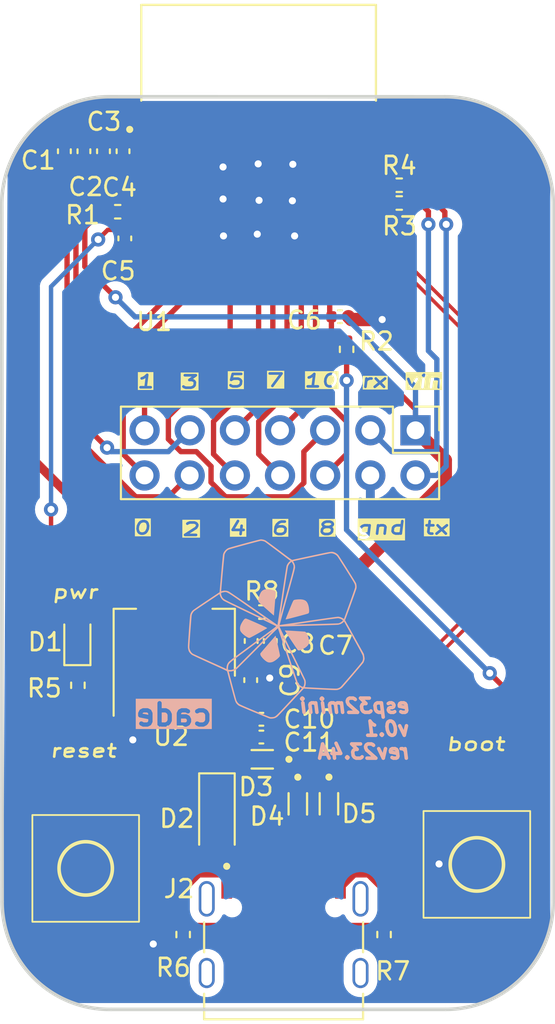
<source format=kicad_pcb>
(kicad_pcb (version 20221018) (generator pcbnew)
  (layers (0 "F.Cu" signal) (31 "B.Cu" signal) (34 "B.Paste" user) (35 "F.Paste" user) (36 "B.SilkS" user "B.Silkscreen") (37 "F.SilkS" user "F.Silkscreen") (38 "B.Mask" user) (39 "F.Mask" user) (44 "Edge.Cuts" user))
  (net 0 "")
  (net 1 "+3.3V")
  (net 2 "GND")
  (net 3 "/io9{slash}boot")
  (net 4 "+5V")
  (net 5 "Net-(D1-K)")
  (net 6 "VBUS")
  (net 7 "/USB_D-")
  (net 8 "/USB_D+")
  (net 9 "/io21{slash}TX")
  (net 10 "/io20{slash}RX")
  (net 11 "/io10")
  (net 12 "/io8")
  (net 13 "/io7")
  (net 14 "/io6")
  (net 15 "/io5")
  (net 16 "/io4")
  (net 17 "/io3")
  (net 18 "/io2")
  (net 19 "/io1")
  (net 20 "/io0")
  (net 38 "/mcu_en")
  (net 39 "/vo_r_out_c_in")
  (net 40 "/rxd0_r_in")
  (net 41 "/txd0_r_in")
  (net 42 "/cc1")
  (net 43 "/cc2")
  (footprint "Resistor_SMD:R_0402_1005Metric" (layer "F.Cu") (at 93.56 34.925 180)
    (fp_text reference "R4")
    (fp_text value "470R" hide)
  )
  (footprint "LED_SMD:LED_0603_1608Metric" (layer "F.Cu") (at 75.455845 60.415282 90)
    (fp_text reference "D1")
    (fp_text value "pwr")
  )
  (footprint "Capacitor_SMD:C_0402_1005Metric" (layer "F.Cu") (at 85.205845 62.742782 -90)
    (fp_text reference "C9")
    (fp_text value "100nF" hide)
  )
  (footprint "Package_TO_SOT_SMD:SOT-223-3_TabPin2" (layer "F.Cu") (at 80.905845 60.642782 90)
    (fp_text reference "U2")
    (fp_text value "AMS1117-3.3" hide)
  )
  (footprint "LESD5D5.0CT1G:TVS_LESD5D5.0CT1G" (layer "F.Cu") (at 85.855845 67.192782 180)
    (fp_text reference "D3")
    (fp_text value "LESD5D5.0CT1G")
  )
  (footprint "ESP32-C3-MINI-1-N4:XCVR_ESP32-C3-MINI-1-N4" (layer "F.Cu") (at 85.65 33.09)
    (fp_text reference "U1")
    (fp_text value "ESP32-C3-MINI-1-N4" hide)
  )
  (footprint "Connector_PinHeader_2.54mm:PinHeader_2x07_P2.54mm_Vertical" (layer "F.Cu") (at 94.475 48.7 -90)
    (fp_text reference "J1" hide)
    (fp_text value "IO Header")
  )
  (footprint "Resistor_SMD:R_0402_1005Metric" (layer "F.Cu") (at 93.56 35.925 180)
    (fp_text reference "R3")
    (fp_text value "470R" hide)
  )
  (footprint "custom:K2-6639SP-C4SC-04" (layer "F.Cu") (at 75.925 73.325 -90)
    (fp_text reference "SW1" hide)
    (fp_text value "reset")
  )
  (footprint "Capacitor_SMD:C_0402_1005Metric" (layer "F.Cu") (at 75.825 33.015 90)
    (fp_text reference "C2")
    (fp_text value "100nF" hide)
  )
  (footprint "Resistor_SMD:R_0402_1005Metric" (layer "F.Cu") (at 77.725 36.415)
    (fp_text reference "R1")
    (fp_text value "5.1k")
  )
  (footprint "Capacitor_SMD:C_0402_1005Metric" (layer "F.Cu") (at 90.225 42.315 180)
    (fp_text reference "C6")
    (fp_text value "100nF" hide)
  )
  (footprint "Capacitor_SMD:C_0402_1005Metric" (layer "F.Cu") (at 74.725 33.015 90)
    (fp_text reference "C1")
    (fp_text value "10uF" hide)
  )
  (footprint "Capacitor_SMD:C_0402_1005Metric" (layer "F.Cu") (at 85.805845 64.942782)
    (fp_text reference "C10")
    (fp_text value "100nF" hide)
  )
  (footprint "Capacitor_SMD:C_0402_1005Metric" (layer "F.Cu") (at 76.925 33.015 90)
    (fp_text reference "C3")
    (fp_text value "100nF" hide)
  )
  (footprint "Capacitor_SMD:C_0402_1005Metric" (layer "F.Cu") (at 85.230845 60.542782 -90)
    (fp_text reference "C8")
    (fp_text value "10uF" hide)
  )
  (footprint "LESD5D5.0CT1G:TVS_LESD5D5.0CT1G" (layer "F.Cu") (at 89.605845 69.692782 -90)
    (fp_text reference "D5")
    (fp_text value "LESD5D5.0CT1G" hide)
  )
  (footprint "Resistor_SMD:R_0402_1005Metric" (layer "F.Cu") (at 75.485845 63.032782 -90)
    (fp_text reference "R5")
    (fp_text value "5.1k" hide)
  )
  (footprint "usbc:HRO_TYPE-C-31-M-12" (layer "F.Cu") (at 87.055845 79.205282)
    (fp_text reference "J2")
    (fp_text value "TYPE-C-31-M-12" hide)
  )
  (footprint "Resistor_SMD:R_0402_1005Metric" (layer "F.Cu") (at 92.705845 77.042782 -90)
    (fp_text reference "R7")
    (fp_text value "5k1" hide)
  )
  (footprint "Capacitor_SMD:C_0402_1005Metric" (layer "F.Cu") (at 86.305845 60.542782 -90)
    (fp_text reference "C7")
    (fp_text value "10uF" hide)
  )
  (footprint "Capacitor_SMD:C_0402_1005Metric" (layer "F.Cu") (at 78.125 37.915 90)
    (fp_text reference "C5")
    (fp_text value "100nF" hide)
  )
  (footprint "Capacitor_SMD:C_0402_1005Metric" (layer "F.Cu") (at 78.025 33.015 90)
    (fp_text reference "C4")
    (fp_text value "100nF" hide)
  )
  (footprint "Resistor_SMD:R_0402_1005Metric" (layer "F.Cu") (at 90.6 44.15 -90)
    (fp_text reference "R2")
    (fp_text value "5.1k" hide)
  )
  (footprint "LESD5D5.0CT1G:TVS_LESD5D5.0CT1G" (layer "F.Cu") (at 87.855845 69.697781 -90)
    (fp_text reference "D4")
    (fp_text value "LESD5D5.0CT1G" hide)
  )
  (footprint "custom:K2-6639SP-C4SC-04" (layer "F.Cu") (at 97.925 73.1 90)
    (fp_text reference "SW2" hide)
    (fp_text value "boot")
  )
  (footprint "Resistor_SMD:R_0402_1005Metric" (layer "F.Cu") (at 81.405845 77.042782 -90)
    (fp_text reference "R6")
    (fp_text value "5k1" hide)
  )
  (footprint "Diode_SMD:D_SOD-123" (layer "F.Cu") (at 83.305845 70.342782 -90)
    (fp_text reference "D2")
    (fp_text value "1N5819HW-7-F" hide)
  )
  (footprint "Resistor_SMD:R_0402_1005Metric" (layer "F.Cu") (at 85.830845 58.917782)
    (fp_text reference "R8")
    (fp_text value "10R" hide)
  )
  (footprint "Capacitor_SMD:C_0402_1005Metric" (layer "F.Cu") (at 85.805845 65.942782)
    (fp_text reference "C11")
    (fp_text value "10uF" hide)
  )
  (footprint "LOGO" (layer "B.Cu") (at 86.525812 59.82318 -170)
    (fp_text reference "" hide)
    (fp_text value "LOGO" hide)
  )
  (gr_arc (start 77.350464 81.249999) (mid 73.023739 79.504759) (end 71.225 75.2) (stroke (width 0.2)) (layer "Edge.Cuts"))
  (gr_arc (start 96.098276 29.95476) (mid 100.425001 31.7) (end 102.22374 36.004759) (stroke (width 0.2)) (layer "Edge.Cuts"))
  (gr_line (start 71.225 75.2) (end 71.20476 36.076724) (stroke (width 0.2)) (layer "Edge.Cuts"))
  (gr_arc (start 102.22024 75.123276) (mid 100.475 79.45) (end 96.170241 81.24874) (stroke (width 0.2)) (layer "Edge.Cuts"))
  (gr_line (start 102.22374 36.004759) (end 102.22024 75.123276) (stroke (width 0.2)) (layer "Edge.Cuts"))
  (gr_line (start 77.254759 29.95126) (end 96.098276 29.95476) (stroke (width 0.2)) (layer "Edge.Cuts"))
  (gr_arc (start 71.20476 36.076724) (mid 72.95 31.749999) (end 77.254759 29.95126) (stroke (width 0.2)) (layer "Edge.Cuts"))
  (gr_line (start 96.170241 81.24874) (end 77.350464 81.249999) (stroke (width 0.2)) (layer "Edge.Cuts"))
  (gr_text "esp32mini\nv0.1\nrev23.4A" (at 94.275 63.725) (layer "B.SilkS") (effects (font (size 0.8 0.8) (thickness 0.2) bold italic) (justify left top mirror)))
  (gr_text "cade\n" (at 83.150812 65.39818) (layer "B.SilkS" knockout) (effects (font (size 1.2 1.2) (thickness 0.24) bold) (justify left bottom mirror)))
  (gr_text "8" (at 88.9 54.625) (layer "F.SilkS" knockout) (effects (font (size 0.7 1) (thickness 0.15) italic) (justify left bottom)))
  (gr_text "2" (at 81.275 54.675) (layer "F.SilkS" knockout) (effects (font (size 0.7 1) (thickness 0.15) italic) (justify left bottom)))
  (gr_text "4" (at 83.875 54.625) (layer "F.SilkS" knockout) (effects (font (size 0.7 1) (thickness 0.15) italic) (justify left bottom)))
  (gr_text "7" (at 85.95 46.3) (layer "F.SilkS" knockout) (effects (font (size 0.7 1) (thickness 0.15) italic) (justify left bottom)))
  (gr_text "rx" (at 91.325 46.35) (layer "F.SilkS" knockout) (effects (font (size 0.7 1) (thickness 0.15) italic) (justify left bottom)))
  (gr_text "0" (at 78.525 54.6) (layer "F.SilkS" knockout) (effects (font (size 0.7 1) (thickness 0.15) italic) (justify left bottom)))
  (gr_text "gnd" (at 91.075 54.6) (layer "F.SilkS" knockout) (effects (font (size 0.7 1) (thickness 0.15) italic) (justify left bottom)))
  (gr_text "vin" (at 93.775 46.375) (layer "F.SilkS" knockout) (effects (font (size 0.7 1) (thickness 0.15) italic) (justify left bottom)))
  (gr_text "3" (at 81.175 46.4) (layer "F.SilkS" knockout) (effects (font (size 0.7 1) (thickness 0.15) italic) (justify left bottom)))
  (gr_text "6" (at 86.275 54.625) (layer "F.SilkS" knockout) (effects (font (size 0.7 1) (thickness 0.15) italic) (justify left bottom)))
  (gr_text "10" (at 88.125 46.325) (layer "F.SilkS" knockout) (effects (font (size 0.7 1) (thickness 0.15) italic) (justify left bottom)))
  (gr_text "5" (at 83.775 46.325) (layer "F.SilkS" knockout) (effects (font (size 0.7 1) (thickness 0.15) italic) (justify left bottom)))
  (gr_text "tx" (at 94.85 54.6) (layer "F.SilkS" knockout) (effects (font (size 0.7 1) (thickness 0.15) italic) (justify left bottom)))
  (gr_text "1" (at 78.725 46.375) (layer "F.SilkS" knockout) (effects (font (size 0.7 1) (thickness 0.15) italic) (justify left bottom)))
  (segment (start 81.880845 62.217782) (end 85.160845 62.217782) (width 0.75) (layer "F.Cu") (net 1))
  (segment (start 75.8755 39.5005) (end 77.6 41.225) (width 0.3) (layer "F.Cu") (net 1))
  (segment (start 80.905845 57.492782) (end 90.237473 57.492782) (width 0.75) (layer "F.Cu") (net 1))
  (segment (start 96.15 51.580255) (end 96.15 50.375) (width 0.75) (layer "F.Cu") (net 1))
  (segment (start 78.770845 59.627782) (end 80.905845 57.492782) (width 0.75) (layer "F.Cu") (net 1))
  (segment (start 94.475 47.515) (end 90.6 43.64) (width 0.3) (layer "F.Cu") (net 1))
  (segment (start 72.95 50.325) (end 80.117782 57.492782) (width 0.5) (layer "F.Cu") (net 1))
  (segment (start 75.8755 37.314546) (end 75.8755 39.5005) (width 0.3) (layer "F.Cu") (net 1))
  (segment (start 85.160845 62.217782) (end 85.205845 62.262782) (width 0.75) (layer "F.Cu") (net 1))
  (segment (start 90.237473 57.492782) (end 96.15 51.580255) (width 0.75) (layer "F.Cu") (net 1))
  (segment (start 74.725 33.495) (end 72.95 35.27) (width 0.5) (layer "F.Cu") (net 1))
  (segment (start 80.905845 57.492782) (end 83.895845 57.492782) (width 0.75) (layer "F.Cu") (net 1))
  (segment (start 96.15 50.375) (end 94.475 48.7) (width 0.75) (layer "F.Cu") (net 1))
  (segment (start 72.95 35.27) (end 72.95 50.325) (width 0.5) (layer "F.Cu") (net 1))
  (segment (start 94.475 47.125) (end 94.475 48.7) (width 0.3) (layer "F.Cu") (net 1))
  (segment (start 77.215 36.415) (end 76.775046 36.415) (width 0.3) (layer "F.Cu") (net 1))
  (segment (start 80.117782 57.492782) (end 80.905845 57.492782) (width 0.5) (layer "F.Cu") (net 1))
  (segment (start 80.905845 63.792782) (end 80.905845 63.192782) (width 0.75) (layer "F.Cu") (net 1))
  (segment (start 76.775046 36.415) (end 75.8755 37.314546) (width 0.3) (layer "F.Cu") (net 1))
  (segment (start 83.895845 57.492782) (end 85.320845 58.917782) (width 0.75) (layer "F.Cu") (net 1))
  (segment (start 80.905845 57.492782) (end 80.905845 63.792782) (width 0.75) (layer "F.Cu") (net 1))
  (segment (start 74.805 33.415) (end 79.75 33.415) (width 0.5) (layer "F.Cu") (net 1))
  (segment (start 74.725 33.495) (end 74.805 33.415) (width 0.5) (layer "F.Cu") (net 1))
  (segment (start 75.455845 59.627782) (end 78.770845 59.627782) (width 0.75) (layer "F.Cu") (net 1))
  (segment (start 94.475 48.7) (end 94.475 47.515) (width 0.3) (layer "F.Cu") (net 1))
  (segment (start 80.905845 63.192782) (end 81.880845 62.217782) (width 0.75) (layer "F.Cu") (net 1))
  (via (at 77.6 41.225) (size 0.8) (drill 0.4) (layers "F.Cu" "B.Cu") (net 1))
  (segment (start 77.6 41.225) (end 78.7 42.325) (width 0.3) (layer "B.Cu") (net 1))
  (segment (start 94.475 46.275) (end 94.475 48.7) (width 0.3) (layer "B.Cu") (net 1))
  (segment (start 90.525 42.325) (end 94.475 46.275) (width 0.3) (layer "B.Cu") (net 1))
  (segment (start 78.7 42.325) (end 90.525 42.325) (width 0.3) (layer "B.Cu") (net 1))
  (segment (start 91.008053 73.585282) (end 91.848345 73.585282) (width 0.5) (layer "F.Cu") (net 2))
  (segment (start 83.65 33.9) (end 83.675 33.925) (width 0.75) (layer "F.Cu") (net 2))
  (segment (start 83.675 33.815) (end 83.675 33.875) (width 0.75) (layer "F.Cu") (net 2))
  (segment (start 78.605845 63.792782) (end 75.735845 63.792782) (width 0.75) (layer "F.Cu") (net 2))
  (segment (start 74.78 32.59) (end 79.75 32.59) (width 0.5) (layer "F.Cu") (net 2))
  (segment (start 90.255845 74.33749) (end 91.008053 73.585282) (width 0.5) (layer "F.Cu") (net 2))
  (segment (start 83.675 37.765) (end 83.675 37.765) (width 0.75) (layer "F.Cu") (net 2))
  (segment (start 78.125 38.395) (end 78.125 38.865) (width 0.3) (layer "F.Cu") (net 2))
  (segment (start 82.45 38.99) (end 82.45 40.69) (width 0.75) (layer "F.Cu") (net 2))
  (segment (start 85.65 31.065) (end 85.65 33.7) (width 0.75) (layer "F.Cu") (net 2))
  (segment (start 85.65 37.75) (end 85.575 37.675) (width 0.75) (layer "F.Cu") (net 2))
  (segment (start 87.625 35.79) (end 87.625 37.765) (width 0.75) (layer "F.Cu") (net 2))
  (segment (start 86.515845 67.192782) (end 86.515845 67.697781) (width 0.75) (layer "F.Cu") (net 2))
  (segment (start 86.305845 64.282782) (end 86.285845 64.302782) (width 0.75) (layer "F.Cu") (net 2))
  (segment (start 90.865 42.475) (end 90.705 42.315) (width 0.75) (layer "F.Cu") (net 2))
  (segment (start 93.505845 75.242782) (end 93.505845 76.880097) (width 0.5) (layer "F.Cu") (net 2))
  (segment (start 85.625 33.725) (end 85.65 33.75) (width 0.75) (layer "F.Cu") (net 2))
  (segment (start 94.038971 77.4) (end 93.600845 76.961874) (width 0.75) (layer "F.Cu") (net 2))
  (segment (start 87.55 35.8) (end 87.56 35.79) (width 0.75) (layer "F.Cu") (net 2))
  (segment (start 79.747218 77.552782) (end 79.725 77.575) (width 0.5) (layer "F.Cu") (net 2))
  (segment (start 85.65 33.7) (end 85.625 33.725) (width 0.75) (layer "F.Cu") (net 2))
  (segment (start 78.605845 66.130845) (end 78.575 66.1) (width 0.75) (layer "F.Cu") (net 2))
  (segment (start 86.275 62.625) (end 86.305845 62.655845) (width 0.75) (layer "F.Cu") (net 2))
  (segment (start 79.7 30.84) (end 85.425 30.84) (width 0.75) (layer "F.Cu") (net 2))
  (segment (start 83.675 37.765) (end 83.675 37.775) (width 0.75) (layer "F.Cu") (net 2))
  (segment (start 79.725 77.575) (end 79.702782 77.552782) (width 0.5) (layer "F.Cu") (net 2))
  (segment (start 85.575 37.675) (end 85.65 37.6) (width 0.75) (layer "F.Cu") (net 2))
  (segment (start 86.305845 62.594155) (end 86.275 62.625) (width 0.75) (layer "F.Cu") (net 2))
  (segment (start 85.65 37.6) (end 85.65 35.79) (width 0.75) (layer "F.Cu") (net 2))
  (segment (start 74.725 32.535) (end 74.78 32.59) (width 0.5) (layer "F.Cu") (net 2))
  (segment (start 91.008053 70.43499) (end 89.605845 69.032782) (width 0.5) (layer "F.Cu") (net 2))
  (segment (start 79.75 39.79) (end 80.25 39.79) (width 0.5) (layer "F.Cu") (net 2))
  (segment (start 80.635845 76.910097) (end 80.635845 75.212782) (width 0.5) (layer "F.Cu") (net 2))
  (segment (start 87.615 37.765) (end 87.675 37.775) (width 0.75) (layer "F.Cu") (net 2))
  (segment (start 79.05 39.79) (end 79.75 39.79) (width 0.3) (layer "F.Cu") (net 2))
  (segment (start 83.675 33.925) (end 83.675 35.675) (width 0.75) (layer "F.Cu") (net 2))
  (segment (start 87.625 35.79) (end 87.625 33.815) (width 0.75) (layer "F.Cu") (net 2))
  (segment (start 95.975 77.4) (end 94.038971 77.4) (width 0.75) (layer "F.Cu") (net 2))
  (segment (start 83.65 35.7) (end 83.675 35.725) (width 0.75) (layer "F.Cu") (net 2))
  (segment (start 85.65 33.75) (end 85.65 33.815) (width 0.75) (layer "F.Cu") (net 2))
  (segment (start 86.285845 64.942782) (end 86.285845 64.302782) (width 0.75) (layer "F.Cu") (net 2))
  (segment (start 91.008053 73.585282) (end 91.008053 70.43499) (width 0.5) (layer "F.Cu") (net 2))
  (segment (start 87.635 37.765) (end 85.65 37.765) (width 0.75) (layer "F.Cu") (net 2))
  (segment (start 93.600845 76.961874) (end 93.600845 76.880097) (width 0.75) (layer "F.Cu") (net 2))
  (segment (start 80.635845 75.212782) (end 82.263345 73.585282) (width 0.5) (layer "F.Cu") (net 2))
  (segment (start 83.675 33.875) (end 83.65 33.9) (width 0.75) (layer "F.Cu") (net 2))
  (segment (start 87.625 37.765) (end 87.615 37.765) (width 0.75) (layer "F.Cu") (net 2))
  (segment (start 79.7 39.84) (end 79.75 39.79) (width 0.75) (layer "F.Cu") (net 2))
  (segment (start 81.405845 77.552782) (end 79.747218 77.552782) (width 0.5) (layer "F.Cu") (net 2))
  (segment (start 85.65 35.79) (end 85.65 33.815) (width 0.75) (layer "F.Cu") (net 2))
  (segment (start 90.255845 74.455282) (end 90.255845 74.33749) (width 0.5) (layer "F.Cu") (net 2))
  (segment (start 91.6 41.475) (end 92.6 42.475) (width 0.75) (layer "F.Cu") (net 2))
  (segment (start 86.515845 67.697781) (end 87.060846 68.242782) (width 0.75) (layer "F.Cu") (net 2))
  (segment (start 87.54 35.79) (end 87.55 35.8) (width 0.75) (layer "F.Cu") (net 2))
  (segment (start 79.75 32.59) (end 79.75 30.89) (width 0.75) (layer "F.Cu") (net 2))
  (segment (start 87.105845 68.242782) (end 87.105845 68.287781) (width 0.75) (layer "F.Cu") (net 2))
  (segment (start 83.675 35.725) (end 83.675 35.79) (width 0.75) (layer "F.Cu") (net 2))
  (segment (start 77.875 69.025) (end 77.875 66.95) (width 0.75) (layer "F.Cu") (net 2))
  (segment (start 91.848345 73.585282) (end 93.505845 75.242782) (width 0.5) (layer "F.Cu") (net 2))
  (segment (start 81.405845 77.552782) (end 81.27853 77.552782) (width 0.5) (layer "F.Cu") (net 2))
  (segment (start 80.325 39.715) (end 80.625 39.715) (width 0.5) (layer "F.Cu") (net 2))
  (segment (start 92.6 42.475) (end 90.865 42.475) (width 0.75) (layer "F.Cu") (net 2))
  (segment (start 85.425 30.84) (end 91.6 30.84) (width 0.75) (layer "F.Cu") (net 2))
  (segment (start 86.285845 66.962782) (end 86.515845 67.192782) (width 0.75) (layer "F.Cu") (net 2))
  (segment (start 75.735845 63.792782) (end 75.485845 63.542782) (width 0.75) (layer "F.Cu") (net 2))
  (segment (start 87.575 33.75) (end 87.625 33.815) (width 0.75) (layer "F.Cu") (net 2))
  (segment (start 91.6 40.74) (end 91.6 41.475) (width 0.75) (layer "F.Cu") (net 2))
  (segment (start 87.060846 68.242782) (end 87.105845 68.242782) (width 0.75) (layer "F.Cu") (net 2))
  (segment (start 86.285845 64.942782) (end 86.285845 66.962782) (width 0.75) (layer "F.Cu") (net 2))
  (segment (start 82.45 38.99) (end 81.725 39.715) (width 0.75) (layer "F.Cu") (net 2))
  (segment (start 86.305845 62.655845) (end 86.305845 64.282782) (width 0.75) (layer "F.Cu") (net 2))
  (segment (start 79.7 40.74) (end 79.7 39.84) (width 0.75) (layer "F.Cu") (net 2))
  (segment (start 81.725 39.715) (end 80.625 39.715) (width 0.75) (layer "F.Cu") (net 2))
  (segment (start 79.702782 77.552782) (end 77.947218 77.552782) (width 0.5) (layer "F.Cu") (net 2))
  (segment (start 95.85 73.125) (end 95.85 77.375) (width 0.75) (layer "F.Cu") (net 2))
  (segment (start 78.605845 66.219155) (end 78.605845 66.130845) (width 0.75) (layer "F.Cu") (net 2))
  (segment (start 85.65 37.765) (end 85.65 37.75) (width 0.75) (layer "F.Cu") (net 2))
  (segment (start 85.675 35.775) (end 85.69 35.79) (width 0.75) (layer "F.Cu") (net 2))
  (segment (start 87.675 37.775) (end 87.635 37.765) (width 0.75) (layer "F.Cu") (net 2))
  (segment (start 85.69 35.79) (end 87.54 35.79) (width 0.75) (layer "F.Cu") (net 2))
  (segment (start 87.56 35.79) (end 87.625 35.79) (width 0.75) (layer "F.Cu") (net 2))
  (segment (start 85.425 30.84) (end 85.65 31.065) (width 0.75) (layer "F.Cu") (net 2))
  (segment (start 77.875 66.95) (end 78.605845 66.219155) (width 0.75) (layer "F.Cu") (net 2))
  (segment (start 85.65 33.815) (end 87.575 33.75) (width 0.75) (layer "F.Cu") (net 2))
  (segment (start 83.675 35.79) (end 85.65 35.79) (width 0.75) (layer "F.Cu") (net 2))
  (segment (start 83.855845 73.792782) (end 83.855845 74.455282) (width 0.5) (layer "F.Cu") (net 2))
  (segment (start 83.648345 73.585282) (end 83.855845 73.792782) (width 0.5) (layer "F.Cu") (net 2))
  (segment (start 93.505845 76.880097) (end 92.83316 77.552782) (width 0.5) (layer "F.Cu") (net 2))
  (segment (start 78.575 66.1) (end 78.605845 66.069155) (width 0.75) (layer "F.Cu") (net 2))
  (segment (start 85.66 35.79) (end 85.675 35.775) (width 0.75) (layer "F.Cu") (net 2))
  (segment (start 86.305845 61.022782) (end 86.305845 62.594155) (width 0.75) (layer "F.Cu") (net 2))
  (segment (start 93.505845 75.242782) (end 93.505845 76.255845) (width 0.5) (layer "F.Cu") (net 2))
  (segment (start 81.27853 77.552782) (end 80.635845 76.910097) (width 0.5) (layer "F.Cu") (net 2))
  (segment (start 82.263345 73.585282) (end 83.648345 73.585282) (width 0.5) (layer "F.Cu") (net 2))
  (segment (start 83.675 35.675) (end 83.65 35.7) (width 0.75) (layer "F.Cu") (net 2))
  (segment (start 95.85 68.775) (end 95.85 73.025) (width 0.75) (layer "F.Cu") (net 2))
  (segment (start 92.83316 77.552782) (end 92.705845 77.552782) (width 0.5) (layer "F.Cu") (net 2))
  (segment (start 83.665 37.775) (end 82.45 38.99) (width 0.75) (layer "F.Cu") (net 2))
  (segment (start 85.230845 61.022782) (end 86.305845 61.022782) (width 0.75) (layer "F.Cu") (net 2))
  (segment (start 87.105845 68.287781) (end 87.855845 69.037781) (width 0.75) (layer "F.Cu") (net 2))
  (segment (start 83.675 37.765) (end 83.675 35.79) (width 0.75) (layer "F.Cu") (net 2))
  (segment (start 78.605845 66.069155) (end 78.605845 63.792782) (width 0.75) (layer "F.Cu") (net 2))
  (segment (start 80.25 39.79) (end 80.325 39.715) (width 0.5) (layer "F.Cu") (net 2))
  (segment (start 79.75 30.89) (end 79.7 30.84) (width 0.75) (layer "F.Cu") (net 2))
  (segment (start 95.85 73.025) (end 95.8 73.075) (width 0.75) (layer "F.Cu") (net 2))
  (segment (start 86.285845 64.302782) (end 85.205845 63.222782) (width 0.75) (layer "F.Cu") (net 2))
  (segment (start 95.8 73.075) (end 95.85 73.125) (width 0.75) (layer "F.Cu") (net 2))
  (segment (start 85.65 35.79) (end 85.66 35.79) (width 0.75) (layer "F.Cu") (net 2))
  (segment (start 85.65 33.815) (end 83.675 33.815) (width 0.75) (layer "F.Cu") (net 2))
  (segment (start 85.65 37.765) (end 83.675 37.765) (width 0.75) (layer "F.Cu") (net 2))
  (segment (start 83.675 37.775) (end 83.665 37.775) (width 0.75) (layer "F.Cu") (net 2))
  (segment (start 77.947218 77.552782) (end 77.875 77.625) (width 0.5) (layer "F.Cu") (net 2))
  (segment (start 78.125 38.865) (end 79.05 39.79) (width 0.3) (layer "F.Cu") (net 2))
  (via (at 85.575 37.675) (size 0.8) (drill 0.4) (layers "F.Cu" "B.Cu") (net 2))
  (via (at 95.8 73.075) (size 0.8) (drill 0.4) (layers "F.Cu" "B.Cu") (net 2))
  (via (at 86.275 62.625) (size 0.8) (drill 0.4) (layers "F.Cu" "B.Cu") (net 2))
  (via (at 79.725 77.575) (size 0.8) (drill 0.4) (layers "F.Cu" "B.Cu") (net 2))
  (via (at 92.6 42.475) (size 0.8) (drill 0.4) (layers "F.Cu" "B.Cu") (net 2))
  (via (at 83.675 37.775) (size 0.8) (drill 0.4) (layers "F.Cu" "B.Cu") (net 2))
  (via (at 87.55 35.8) (size 0.8) (drill 0.4) (layers "F.Cu" "B.Cu") (net 2))
  (via (at 83.65 35.7) (size 0.8) (drill 0.4) (layers "F.Cu" "B.Cu") (net 2))
  (via (at 78.575 66.1) (size 0.8) (drill 0.4) (layers "F.Cu" "B.Cu") (net 2))
  (via (at 85.625 33.725) (size 0.8) (drill 0.4) (layers "F.Cu" "B.Cu") (net 2))
  (via (at 87.675 37.775) (size 0.8) (drill 0.4) (layers "F.Cu" "B.Cu") (net 2))
  (via (at 87.575 33.75) (size 0.8) (drill 0.4) (layers "F.Cu" "B.Cu") (net 2))
  (via (at 83.65 33.9) (size 0.8) (drill 0.4) (layers "F.Cu" "B.Cu") (net 2))
  (via (at 85.675 35.775) (size 0.8) (drill 0.4) (layers "F.Cu" "B.Cu") (net 2))
  (segment (start 89.65 40.69) (end 89.65 42.22) (width 0.3) (layer "F.Cu") (net 3))
  (segment (start 99.875 63.575) (end 99.875 68.8) (width 0.3) (layer "F.Cu") (net 3))
  (segment (start 89.745 43.805) (end 89.745 42.315) (width 0.3) (layer "F.Cu") (net 3))
  (segment (start 90.6 44.66) (end 89.745 43.805) (width 0.3) (layer "F.Cu") (net 3))
  (segment (start 98.65 62.35) (end 99.875 63.575) (width 0.3) (layer "F.Cu") (net 3))
  (segment (start 90.6 45.9) (end 90.6 44.66) (width 0.3) (layer "F.Cu") (net 3))
  (segment (start 99.75 77.375) (end 99.75 68.775) (width 0.75) (layer "F.Cu") (net 3))
  (segment (start 89.65 42.22) (end 89.745 42.315) (width 0.3) (layer "F.Cu") (net 3))
  (via (at 90.6 45.9) (size 0.8) (drill 0.4) (layers "F.Cu" "B.Cu") (net 3))
  (via (at 98.65 62.35) (size 0.8) (drill 0.4) (layers "F.Cu" "B.Cu") (net 3))
  (segment (start 90.595 54.295) (end 98.65 62.35) (width 0.3) (layer "B.Cu") (net 3))
  (segment (start 90.595 46.47) (end 90.595 54.295) (width 0.3) (layer "B.Cu") (net 3))
  (segment (start 90.595 46.47) (end 90.595 45.905) (width 0.3) (layer "B.Cu") (net 3))
  (segment (start 90.595 45.905) (end 90.6 45.9) (width 0.3) (layer "B.Cu") (net 3))
  (segment (start 83.305845 68.692782) (end 83.305845 63.892782) (width 0.75) (layer "F.Cu") (net 4))
  (segment (start 85.195845 67.192782) (end 85.195845 66.072782) (width 0.75) (layer "F.Cu") (net 4))
  (segment (start 85.195845 66.072782) (end 85.325845 65.942782) (width 0.75) (layer "F.Cu") (net 4))
  (segment (start 83.205845 63.792782) (end 84.175845 63.792782) (width 0.75) (layer "F.Cu") (net 4))
  (segment (start 84.175845 63.792782) (end 85.325845 64.942782) (width 0.75) (layer "F.Cu") (net 4))
  (segment (start 83.305845 63.892782) (end 83.205845 63.792782) (width 0.75) (layer "F.Cu") (net 4))
  (segment (start 85.325845 64.942782) (end 85.325845 65.942782) (width 0.75) (layer "F.Cu") (net 4))
  (segment (start 75.455845 62.492782) (end 75.485845 62.522782) (width 0.75) (layer "F.Cu") (net 5))
  (segment (start 75.455845 61.202782) (end 75.455845 62.492782) (width 0.75) (layer "F.Cu") (net 5))
  (segment (start 83.305845 71.992782) (end 84.655845 73.342782) (width 0.75) (layer "F.Cu") (net 6))
  (segment (start 84.655845 73.342782) (end 84.655845 74.455282) (width 0.5) (layer "F.Cu") (net 6))
  (segment (start 88.530345 69.683281) (end 88.530345 67.950082) (width 0.2) (layer "F.Cu") (net 7))
  (segment (start 101 55.480427) (end 101 46.9432) (width 0.2) (layer "F.Cu") (net 7))
  (segment (start 87.855845 71.466385) (end 87.855845 70.357781) (width 0.2) (layer "F.Cu") (net 7))
  (segment (start 88.530345 67.950082) (end 101 55.480427) (width 0.2) (layer "F.Cu") (net 7))
  (segment (start 92.8718 38.815) (end 92.325001 38.815) (width 0.2) (layer "F.Cu") (net 7))
  (segment (start 92.325001 38.815) (end 92.150001 38.99) (width 0.2) (layer "F.Cu") (net 7))
  (segment (start 87.305845 74.455282) (end 87.305845 73.600281) (width 0.2) (layer "F.Cu") (net 7))
  (segment (start 87.330845 73.575281) (end 87.330845 71.991385) (width 0.2) (layer "F.Cu") (net 7))
  (segment (start 87.330845 71.991385) (end 87.855845 71.466385) (width 0.2) (layer "F.Cu") (net 7))
  (segment (start 87.305845 73.600281) (end 87.330845 73.575281) (width 0.2) (layer "F.Cu") (net 7))
  (segment (start 87.855845 70.357781) (end 88.530345 69.683281) (width 0.2) (layer "F.Cu") (net 7))
  (segment (start 101 46.9432) (end 92.8718 38.815) (width 0.2) (layer "F.Cu") (net 7))
  (segment (start 92.150001 38.99) (end 91.55 38.99) (width 0.2) (layer "F.Cu") (net 7))
  (segment (start 101.45 55.666827) (end 101.45 46.7568) (width 0.2) (layer "F.Cu") (net 8))
  (segment (start 87.780845 73.575281) (end 87.780845 72.177782) (width 0.2) (layer "F.Cu") (net 8))
  (segment (start 88.958345 69.705282) (end 88.958345 68.158482) (width 0.2) (layer "F.Cu") (net 8))
  (segment (start 101.45 46.7568) (end 93.0582 38.365) (width 0.2) (layer "F.Cu") (net 8))
  (segment (start 87.805845 74.455282) (end 87.805845 73.600281) (width 0.2) (layer "F.Cu") (net 8))
  (segment (start 93.0582 38.365) (end 92.325001 38.365) (width 0.2) (layer "F.Cu") (net 8))
  (segment (start 87.805845 73.600281) (end 87.780845 73.575281) (width 0.2) (layer "F.Cu") (net 8))
  (segment (start 92.325001 38.365) (end 92.150001 38.19) (width 0.2) (layer "F.Cu") (net 8))
  (segment (start 89.605845 70.352782) (end 88.958345 69.705282) (width 0.2) (layer "F.Cu") (net 8))
  (segment (start 92.150001 38.19) (end 91.55 38.19) (width 0.2) (layer "F.Cu") (net 8))
  (segment (start 88.958345 68.158482) (end 101.45 55.666827) (width 0.2) (layer "F.Cu") (net 8))
  (segment (start 87.780845 72.177782) (end 89.605845 70.352782) (width 0.2) (layer "F.Cu") (net 8))
  (segment (start 94.07 34.925) (end 94.625 34.925) (width 0.3) (layer "F.Cu") (net 9))
  (segment (start 96.125 37.05) (end 96.2 37.125) (width 0.3) (layer "F.Cu") (net 9))
  (segment (start 94.625 34.925) (end 96.125 36.425) (width 0.3) (layer "F.Cu") (net 9))
  (segment (start 96.125 36.425) (end 96.125 37.05) (width 0.3) (layer "F.Cu") (net 9))
  (via (at 96.2 37.125) (size 0.8) (drill 0.4) (layers "F.Cu" "B.Cu") (net 9))
  (segment (start 96.2 50.717081) (end 95.677081 51.24) (width 0.3) (layer "B.Cu") (net 9))
  (segment (start 96.2 37.125) (end 96.2 50.717081) (width 0.3) (layer "B.Cu") (net 9))
  (segment (start 95.677081 51.24) (end 94.475 51.24) (width 0.3) (layer "B.Cu") (net 9))
  (segment (start 95.200499 36.400499) (end 95.200499 37.123049) (width 0.3) (layer "F.Cu") (net 10))
  (segment (start 94.725 35.925) (end 95.200499 36.400499) (width 0.3) (layer "F.Cu") (net 10))
  (segment (start 94.07 35.925) (end 94.725 35.925) (width 0.3) (layer "F.Cu") (net 10))
  (via (at 95.200499 37.123049) (size 0.8) (drill 0.4) (layers "F.Cu" "B.Cu") (net 10))
  (segment (start 95.200499 44.23242) (end 95.675 44.706921) (width 0.3) (layer "B.Cu") (net 10))
  (segment (start 95.675 44.706921) (end 95.675 49.9) (width 0.3) (layer "B.Cu") (net 10))
  (segment (start 95.200499 44.23242) (end 95.200499 37.123049) (width 0.3) (layer "B.Cu") (net 10))
  (segment (start 95.675 49.9) (end 93.135 49.9) (width 0.3) (layer "B.Cu") (net 10))
  (segment (start 93.135 49.9) (end 91.935 48.7) (width 0.3) (layer "B.Cu") (net 10))
  (segment (start 82.825 47.05) (end 84.05 45.825) (width 0.3) (layer "F.Cu") (net 11))
  (segment (start 84.05 45.825) (end 84.05 40.69) (width 0.3) (layer "F.Cu") (net 11))
  (segment (start 81.45 47.05) (end 82.825 47.05) (width 0.3) (layer "F.Cu") (net 11))
  (segment (start 80.575 49.197057) (end 80.575 47.925) (width 0.3) (layer "F.Cu") (net 11))
  (segment (start 81.277943 49.9) (end 80.575 49.197057) (width 0.3) (layer "F.Cu") (net 11))
  (segment (start 87.41 52.44) (end 83.79 52.44) (width 0.3) (layer "F.Cu") (net 11))
  (segment (start 88.195 51.655) (end 87.41 52.44) (width 0.3) (layer "F.Cu") (net 11))
  (segment (start 82.975 50.725) (end 82.15 49.9) (width 0.3) (layer "F.Cu") (net 11))
  (segment (start 83.79 52.44) (end 82.975 51.625) (width 0.3) (layer "F.Cu") (net 11))
  (segment (start 80.575 47.925) (end 81.45 47.05) (width 0.3) (layer "F.Cu") (net 11))
  (segment (start 88.195 49.9) (end 88.195 51.655) (width 0.3) (layer "F.Cu") (net 11))
  (segment (start 82.15 49.9) (end 81.277943 49.9) (width 0.3) (layer "F.Cu") (net 11))
  (segment (start 89.395 48.7) (end 88.195 49.9) (width 0.3) (layer "F.Cu") (net 11))
  (segment (start 82.975 51.625) (end 82.975 50.725) (width 0.3) (layer "F.Cu") (net 11))
  (segment (start 88.85 40.69) (end 88.85 46.457943) (width 0.3) (layer "F.Cu") (net 12))
  (segment (start 90.595 48.202943) (end 90.595 50.04) (width 0.3) (layer "F.Cu") (net 12))
  (segment (start 90.595 50.04) (end 89.395 51.24) (width 0.3) (layer "F.Cu") (net 12))
  (segment (start 88.85 46.457943) (end 90.595 48.202943) (width 0.3) (layer "F.Cu") (net 12))
  (segment (start 88.05 47.505) (end 86.855 48.7) (width 0.3) (layer "F.Cu") (net 13))
  (segment (start 88.05 40.69) (end 88.05 47.505) (width 0.3) (layer "F.Cu") (net 13))
  (segment (start 87.25 40.69) (end 87.25 46.607943) (width 0.3) (layer "F.Cu") (net 14))
  (segment (start 87.25 46.607943) (end 85.655 48.202943) (width 0.3) (layer "F.Cu") (net 14))
  (segment (start 85.655 48.202943) (end 85.655 50.04) (width 0.3) (layer "F.Cu") (net 14))
  (segment (start 85.655 50.04) (end 86.855 51.24) (width 0.3) (layer "F.Cu") (net 14))
  (segment (start 86.45 40.69) (end 86.45 46.565) (width 0.3) (layer "F.Cu") (net 15))
  (segment (start 86.45 46.565) (end 84.315 48.7) (width 0.3) (layer "F.Cu") (net 15))
  (segment (start 83.115 48.202943) (end 83.115 50.04) (width 0.3) (layer "F.Cu") (net 16))
  (segment (start 85.65 45.667943) (end 83.115 48.202943) (width 0.3) (layer "F.Cu") (net 16))
  (segment (start 85.65 40.69) (end 85.65 45.667943) (width 0.3) (layer "F.Cu") (net 16))
  (segment (start 83.115 50.04) (end 84.315 51.24) (width 0.3) (layer "F.Cu") (net 16))
  (segment (start 79.75 35.79) (end 79.705 35.745) (width 0.3) (layer "F.Cu") (net 17))
  (segment (start 76.713645 35.745) (end 75.375999 37.082646) (width 0.3) (layer "F.Cu") (net 17))
  (segment (start 75.375999 47.925999) (end 77.125 49.675) (width 0.3) (layer "F.Cu") (net 17))
  (segment (start 75.375999 37.082646) (end 75.375999 47.925999) (width 0.3) (layer "F.Cu") (net 17))
  (segment (start 79.705 35.745) (end 76.713645 35.745) (width 0.3) (layer "F.Cu") (net 17))
  (via (at 77.125 49.675) (size 0.8) (drill 0.4) (layers "F.Cu" "B.Cu") (net 17))
  (segment (start 77.125 49.675) (end 77.35 49.9) (width 0.3) (layer "B.Cu") (net 17))
  (segment (start 77.35 49.9) (end 80.575 49.9) (width 0.3) (layer "B.Cu") (net 17))
  (segment (start 80.575 49.9) (end 81.775 48.7) (width 0.3) (layer "B.Cu") (net 17))
  (segment (start 80.575 52.44) (end 81.775 51.24) (width 0.3) (layer "F.Cu") (net 18))
  (segment (start 77.898971 51.601029) (end 78.737943 52.44) (width 0.3) (layer "F.Cu") (net 18))
  (segment (start 76.737244 34.99) (end 74.876498 36.850746) (width 0.3) (layer "F.Cu") (net 18))
  (segment (start 77.775 51.477057) (end 77.898971 51.601029) (width 0.3) (layer "F.Cu") (net 18))
  (segment (start 74.876498 48.578556) (end 77.898971 51.601029) (width 0.3) (layer "F.Cu") (net 18))
  (segment (start 79.75 34.99) (end 76.737244 34.99) (width 0.3) (layer "F.Cu") (net 18))
  (segment (start 78.737943 52.44) (end 80.575 52.44) (width 0.3) (layer "F.Cu") (net 18))
  (segment (start 74.876498 36.850746) (end 74.876498 48.578556) (width 0.3) (layer "F.Cu") (net 18))
  (segment (start 81.65 41.19) (end 81.65 40.69) (width 0.3) (layer "F.Cu") (net 19))
  (segment (start 79.235 43.605) (end 81.65 41.19) (width 0.3) (layer "F.Cu") (net 19))
  (segment (start 79.235 48.7) (end 79.235 43.605) (width 0.3) (layer "F.Cu") (net 19))
  (segment (start 78.035 43.705) (end 78.035 50.04) (width 0.3) (layer "F.Cu") (net 20))
  (segment (start 80.85 40.89) (end 78.035 43.705) (width 0.3) (layer "F.Cu") (net 20))
  (segment (start 78.035 50.04) (end 79.235 51.24) (width 0.3) (layer "F.Cu") (net 20))
  (segment (start 80.85 40.69) (end 80.85 40.89) (width 0.3) (layer "F.Cu") (net 20))
  (segment (start 73.975 77.625) (end 73.975 69.025) (width 0.75) (layer "F.Cu") (net 38))
  (segment (start 73.975 53.15) (end 73.975 69.025) (width 0.25) (layer "F.Cu") (net 38))
  (segment (start 78.125 37.435) (end 78.125 36.525) (width 0.25) (layer "F.Cu") (net 38))
  (segment (start 78.17 37.39) (end 78.125 37.435) (width 0.25) (layer "F.Cu") (net 38))
  (segment (start 78.125 36.525) (end 78.235 36.415) (width 0.25) (layer "F.Cu") (net 38))
  (segment (start 78.125 37.435) (end 77.165 37.435) (width 0.25) (layer "F.Cu") (net 38))
  (segment (start 77.165 37.435) (end 76.625 37.975) (width 0.25) (layer "F.Cu") (net 38))
  (segment (start 73.925 68.975) (end 73.975 69.025) (width 0.25) (layer "F.Cu") (net 38))
  (segment (start 79.75 37.39) (end 78.17 37.39) (width 0.25) (layer "F.Cu") (net 38))
  (via (at 76.625 37.975) (size 0.8) (drill 0.4) (layers "F.Cu" "B.Cu") (net 38))
  (via (at 73.975 53.15) (size 0.8) (drill 0.4) (layers "F.Cu" "B.Cu") (net 38))
  (segment (start 73.975 40.625) (end 73.975 53.15) (width 0.25) (layer "B.Cu") (net 38))
  (segment (start 76.625 37.975) (end 73.975 40.625) (width 0.25) (layer "B.Cu") (net 38))
  (segment (start 86.340845 60.027782) (end 86.305845 60.062782) (width 0.75) (layer "F.Cu") (net 39))
  (segment (start 86.305845 60.062782) (end 85.230845 60.062782) (width 0.75) (layer "F.Cu") (net 39))
  (segment (start 86.340845 58.917782) (end 86.340845 60.027782) (width 0.75) (layer "F.Cu") (net 39))
  (segment (start 91.55 35.79) (end 92.915 35.79) (width 0.3) (layer "F.Cu") (net 40))
  (segment (start 92.915 35.79) (end 93.05 35.925) (width 0.3) (layer "F.Cu") (net 40))
  (segment (start 91.55 34.99) (end 92.985 34.99) (width 0.3) (layer "F.Cu") (net 41))
  (segment (start 92.985 34.99) (end 93.05 34.925) (width 0.3) (layer "F.Cu") (net 41))
  (segment (start 84.511955 76.532782) (end 81.405845 76.532782) (width 0.3) (layer "F.Cu") (net 42))
  (segment (start 85.805845 74.455282) (end 85.805845 75.238892) (width 0.3) (layer "F.Cu") (net 42))
  (segment (start 85.805845 75.238892) (end 84.511955 76.532782) (width 0.3) (layer "F.Cu") (net 42))
  (segment (start 89.963396 76.532782) (end 92.705845 76.532782) (width 0.3) (layer "F.Cu") (net 43))
  (segment (start 88.805845 74.455282) (end 88.805845 75.375231) (width 0.3) (layer "F.Cu") (net 43))
  (segment (start 88.805845 75.375231) (end 89.963396 76.532782) (width 0.3) (layer "F.Cu") (net 43))
  (zone (net 2) (net_name "GND") (layer "B.Cu") (connect_pads (clearance 0.5)) (min_thickness 0.25) (fill yes (thermal_gap 0.5) (thermal_bridge_width 0.5))
    (polygon (pts (xy 71.555845 30.042782) (xy 102.055845 30.042782) (xy 102.055845 80.892782) (xy 71.255845 80.892782)))
  )
)
</source>
